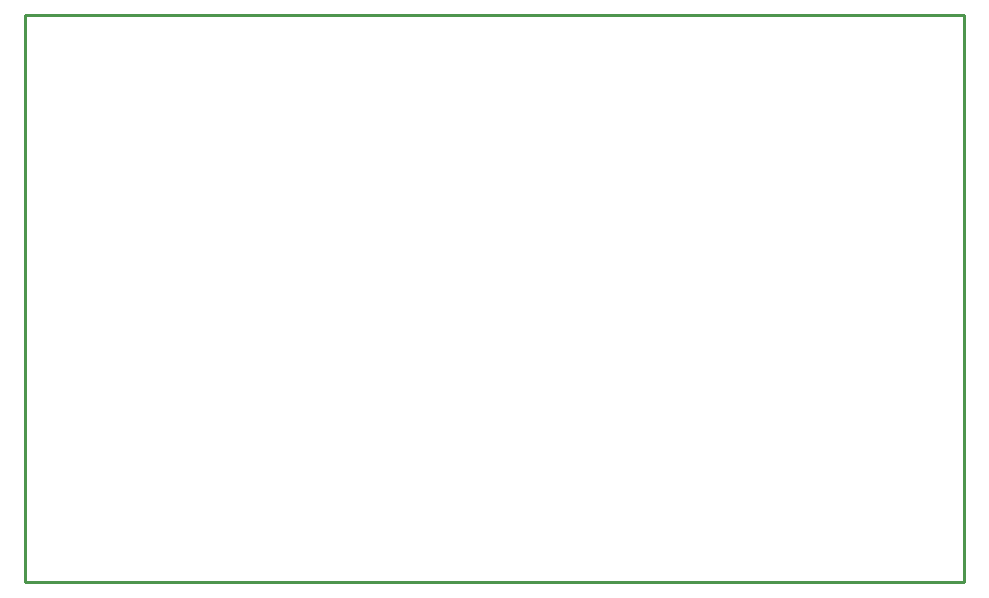
<source format=gko>
G04*
G04 #@! TF.GenerationSoftware,Altium Limited,Altium Designer,20.2.6 (244)*
G04*
G04 Layer_Color=16711935*
%FSLAX25Y25*%
%MOIN*%
G70*
G04*
G04 #@! TF.SameCoordinates,EFAE668D-727F-4ECC-B3F7-511A600DF1C5*
G04*
G04*
G04 #@! TF.FilePolarity,Positive*
G04*
G01*
G75*
%ADD14C,0.01000*%
D14*
X-0Y188976D02*
X0Y0D01*
X312992D02*
Y188976D01*
X-0Y188976D02*
X312992Y188976D01*
X0Y0D02*
X312992D01*
M02*

</source>
